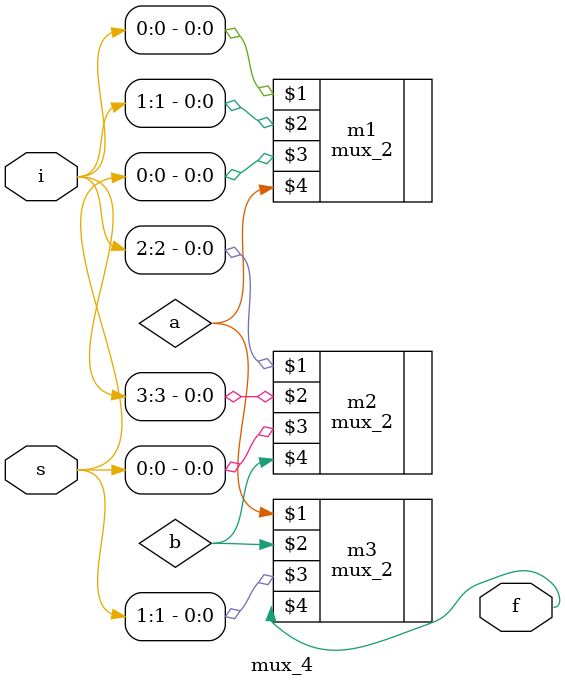
<source format=v>
`timescale 1ns / 1ps


module mux_4(i,s,f);
    input [3:0] i; input [1:0] s;
    output f;
    wire a,b;
    mux_2 m1(i[0],i[1],s[0],a);
    mux_2 m2(i[2],i[3],s[0],b);
    mux_2 m3(a,b,s[1],f);
endmodule

</source>
